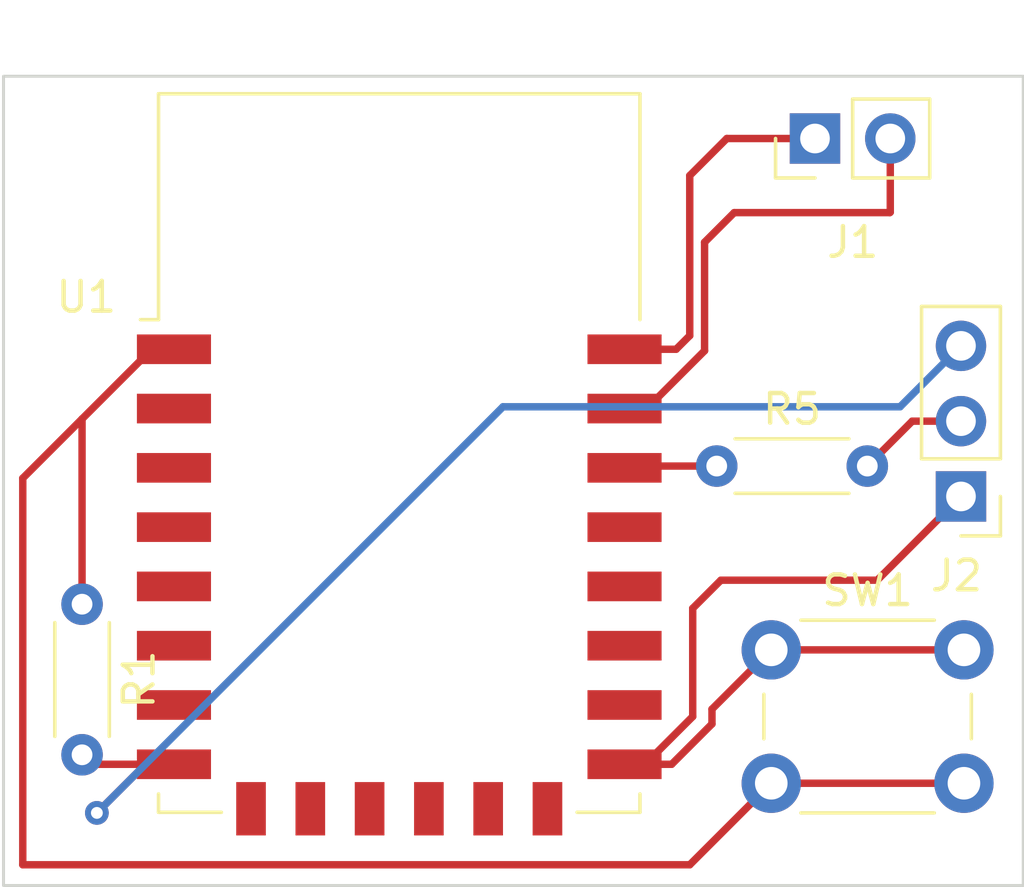
<source format=kicad_pcb>
(kicad_pcb (version 20221018) (generator pcbnew)
  (layers (0 "F.Cu" signal) (31 "B.Cu" signal) (34 "B.Paste" user) (35 "F.Paste" user) (36 "B.SilkS" user "B.Silkscreen") (37 "F.SilkS" user "F.Silkscreen") (38 "B.Mask" user) (39 "F.Mask" user) (44 "Edge.Cuts" user))
  (net 0 "")
  (net 1 "GND")
  (net 2 "/TX")
  (net 3 "/RX")
  (net 4 "Net-(J2-Pin_2)")
  (net 5 "+5V")
  (net 6 "Net-(U1-~{RST})")
  (net 8 "Net-(U1-GPIO5)")
  (footprint "Resistor_THT:R_Axial_DIN0204_L3.6mm_D1.6mm_P5.08mm_Horizontal" (layer "F.Cu") (at 86 102.71 -90)
    (fp_text reference "R1" (at 2.54 -1.92 90) (layer "F.SilkS"))
    (fp_text value "R_Small")
    (fp_line (start 0.62 -0.92) (end 4.46 -0.92) (stroke (width 0.12)) (layer "F.SilkS"))
    (fp_line (start 0.62 0.92) (end 4.46 0.92) (stroke (width 0.12)) (layer "F.SilkS"))
    (pad "1" thru_hole circle (at 0 0 270) (size 1.4 1.4) (drill 0.7) (layers "*.Cu" "*.Mask") (net 6 "Net-(U1-~{RST})"))
    (pad "2" thru_hole oval (at 5.08 0 270) (size 1.4 1.4) (drill 0.7) (layers "*.Cu" "*.Mask") (net 5 "+5V"))
  )
  (footprint "Connector_PinHeader_2.54mm:PinHeader_1x02_P2.54mm_Vertical" (layer "F.Cu") (at 110.725 87 90)
    (fp_text reference "J1" (at -3.5 1.275 180) (layer "F.SilkS"))
    (fp_text value "Conn_01x02")
    (fp_line (start -1.33 -1.33) (end 0 -1.33) (stroke (width 0.12)) (layer "F.SilkS"))
    (fp_line (start -1.33 0) (end -1.33 -1.33) (stroke (width 0.12)) (layer "F.SilkS"))
    (fp_line (start -1.33 1.27) (end -1.33 3.87) (stroke (width 0.12)) (layer "F.SilkS"))
    (fp_line (start -1.33 1.27) (end 1.33 1.27) (stroke (width 0.12)) (layer "F.SilkS"))
    (fp_line (start -1.33 3.87) (end 1.33 3.87) (stroke (width 0.12)) (layer "F.SilkS"))
    (fp_line (start 1.33 1.27) (end 1.33 3.87) (stroke (width 0.12)) (layer "F.SilkS"))
    (pad "1" thru_hole rect (at 0 0 90) (size 1.7 1.7) (drill 1) (layers "*.Cu" "*.Mask") (net 2 "/TX"))
    (pad "2" thru_hole oval (at 0 2.54 90) (size 1.7 1.7) (drill 1) (layers "*.Cu" "*.Mask") (net 3 "/RX"))
  )
  (footprint "Connector_PinHeader_2.54mm:PinHeader_1x03_P2.54mm_Vertical" (layer "F.Cu") (at 115.65 99.075 180)
    (fp_text reference "J2" (at 0.15 -2.675) (layer "F.SilkS"))
    (fp_text value "Conn_01x03" hide)
    (fp_line (start -1.33 -1.33) (end 0 -1.33) (stroke (width 0.12)) (layer "F.SilkS"))
    (fp_line (start -1.33 0) (end -1.33 -1.33) (stroke (width 0.12)) (layer "F.SilkS"))
    (fp_line (start -1.33 1.27) (end -1.33 6.41) (stroke (width 0.12)) (layer "F.SilkS"))
    (fp_line (start -1.33 1.27) (end 1.33 1.27) (stroke (width 0.12)) (layer "F.SilkS"))
    (fp_line (start -1.33 6.41) (end 1.33 6.41) (stroke (width 0.12)) (layer "F.SilkS"))
    (fp_line (start 1.33 1.27) (end 1.33 6.41) (stroke (width 0.12)) (layer "F.SilkS"))
    (pad "1" thru_hole rect (at 0 0 180) (size 1.7 1.7) (drill 1) (layers "*.Cu" "*.Mask") (net 1 "GND"))
    (pad "2" thru_hole oval (at 0 2.54 180) (size 1.7 1.7) (drill 1) (layers "*.Cu" "*.Mask") (net 4 "Net-(J2-Pin_2)"))
    (pad "3" thru_hole oval (at 0 5.08 180) (size 1.7 1.7) (drill 1) (layers "*.Cu" "*.Mask") (net 5 "+5V"))
  )
  (footprint "Resistor_THT:R_Axial_DIN0204_L3.6mm_D1.6mm_P5.08mm_Horizontal" (layer "F.Cu") (at 107.41 98.05)
    (fp_text reference "R5" (at 2.54 -1.92) (layer "F.SilkS"))
    (fp_text value "R_Small")
    (fp_line (start 0.62 -0.92) (end 4.46 -0.92) (stroke (width 0.12)) (layer "F.SilkS"))
    (fp_line (start 0.62 0.92) (end 4.46 0.92) (stroke (width 0.12)) (layer "F.SilkS"))
    (pad "1" thru_hole circle (at 0 0) (size 1.4 1.4) (drill 0.7) (layers "*.Cu" "*.Mask") (net 8 "Net-(U1-GPIO5)"))
    (pad "2" thru_hole oval (at 5.08 0) (size 1.4 1.4) (drill 0.7) (layers "*.Cu" "*.Mask") (net 4 "Net-(J2-Pin_2)"))
  )
  (footprint "RF_Module:ESP-12E" (layer "F.Cu") (at 96.7 97.61)
    (fp_text reference "U1" (at -10.56 -5.26) (layer "F.SilkS"))
    (fp_text value "ESP-12E")
    (fp_line (start -8.12 -12.12) (end 8.12 -12.12) (stroke (width 0.12)) (layer "F.SilkS"))
    (fp_line (start -8.12 -4.5) (end -8.73 -4.5) (stroke (width 0.12)) (layer "F.SilkS"))
    (fp_line (start -8.12 -4.5) (end -8.12 -12.12) (stroke (width 0.12)) (layer "F.SilkS"))
    (fp_line (start -8.12 12.12) (end -8.12 11.5) (stroke (width 0.12)) (layer "F.SilkS"))
    (fp_line (start -6 12.12) (end -8.12 12.12) (stroke (width 0.12)) (layer "F.SilkS"))
    (fp_line (start 8.12 -12.12) (end 8.12 -4.5) (stroke (width 0.12)) (layer "F.SilkS"))
    (fp_line (start 8.12 11.5) (end 8.12 12.12) (stroke (width 0.12)) (layer "F.SilkS"))
    (fp_line (start 8.12 12.12) (end 6 12.12) (stroke (width 0.12)) (layer "F.SilkS"))
    (pad "1" smd rect (at -7.6 -3.5) (size 2.5 1) (layers "F.Cu" "F.Paste" "F.Mask") (net 6 "Net-(U1-~{RST})"))
    (pad "2" smd rect (at -7.6 -1.5) (size 2.5 1) (layers "F.Cu" "F.Paste" "F.Mask"))
    (pad "3" smd rect (at -7.6 0.5) (size 2.5 1) (layers "F.Cu" "F.Paste" "F.Mask"))
    (pad "4" smd rect (at -7.6 2.5) (size 2.5 1) (layers "F.Cu" "F.Paste" "F.Mask"))
    (pad "5" smd rect (at -7.6 4.5) (size 2.5 1) (layers "F.Cu" "F.Paste" "F.Mask"))
    (pad "6" smd rect (at -7.6 6.5) (size 2.5 1) (layers "F.Cu" "F.Paste" "F.Mask"))
    (pad "7" smd rect (at -7.6 8.5) (size 2.5 1) (layers "F.Cu" "F.Paste" "F.Mask"))
    (pad "8" smd rect (at -7.6 10.5) (size 2.5 1) (layers "F.Cu" "F.Paste" "F.Mask") (net 5 "+5V"))
    (pad "9" smd rect (at -5 12) (size 1 1.8) (layers "F.Cu" "F.Paste" "F.Mask"))
    (pad "10" smd rect (at -3 12) (size 1 1.8) (layers "F.Cu" "F.Paste" "F.Mask"))
    (pad "11" smd rect (at -1 12) (size 1 1.8) (layers "F.Cu" "F.Paste" "F.Mask"))
    (pad "12" smd rect (at 1 12) (size 1 1.8) (layers "F.Cu" "F.Paste" "F.Mask"))
    (pad "13" smd rect (at 3 12) (size 1 1.8) (layers "F.Cu" "F.Paste" "F.Mask"))
    (pad "14" smd rect (at 5 12) (size 1 1.8) (layers "F.Cu" "F.Paste" "F.Mask"))
    (pad "15" smd rect (at 7.6 10.5) (size 2.5 1) (layers "F.Cu" "F.Paste" "F.Mask") (net 1 "GND"))
    (pad "16" smd rect (at 7.6 8.5) (size 2.5 1) (layers "F.Cu" "F.Paste" "F.Mask"))
    (pad "17" smd rect (at 7.6 6.5) (size 2.5 1) (layers "F.Cu" "F.Paste" "F.Mask"))
    (pad "18" smd rect (at 7.6 4.5) (size 2.5 1) (layers "F.Cu" "F.Paste" "F.Mask"))
    (pad "19" smd rect (at 7.6 2.5) (size 2.5 1) (layers "F.Cu" "F.Paste" "F.Mask"))
    (pad "20" smd rect (at 7.6 0.5) (size 2.5 1) (layers "F.Cu" "F.Paste" "F.Mask") (net 8 "Net-(U1-GPIO5)"))
    (pad "21" smd rect (at 7.6 -1.5) (size 2.5 1) (layers "F.Cu" "F.Paste" "F.Mask") (net 3 "/RX"))
    (pad "22" smd rect (at 7.6 -3.5) (size 2.5 1) (layers "F.Cu" "F.Paste" "F.Mask") (net 2 "/TX"))
  )
  (footprint "Button_Switch_THT:SW_PUSH_6mm" (layer "F.Cu") (at 109.25 104.25)
    (fp_text reference "SW1" (at 3.25 -2) (layer "F.SilkS"))
    (fp_text value "SW_Push")
    (fp_line (start -0.25 1.5) (end -0.25 3) (stroke (width 0.12)) (layer "F.SilkS"))
    (fp_line (start 1 5.5) (end 5.5 5.5) (stroke (width 0.12)) (layer "F.SilkS"))
    (fp_line (start 5.5 -1) (end 1 -1) (stroke (width 0.12)) (layer "F.SilkS"))
    (fp_line (start 6.75 3) (end 6.75 1.5) (stroke (width 0.12)) (layer "F.SilkS"))
    (pad "1" thru_hole circle (at 0 0 90) (size 2 2) (drill 1.1) (layers "*.Cu" "*.Mask") (net 1 "GND"))
    (pad "1" thru_hole circle (at 6.5 0 90) (size 2 2) (drill 1.1) (layers "*.Cu" "*.Mask") (net 1 "GND"))
    (pad "2" thru_hole circle (at 0 4.5 90) (size 2 2) (drill 1.1) (layers "*.Cu" "*.Mask") (net 6 "Net-(U1-~{RST})"))
    (pad "2" thru_hole circle (at 6.5 4.5 90) (size 2 2) (drill 1.1) (layers "*.Cu" "*.Mask") (net 6 "Net-(U1-~{RST})"))
  )
  (gr_rect (start 83.35 84.9) (end 117.75 112.2) (stroke (width 0.1)) (fill none) (layer "Edge.Cuts"))
  (segment (start 109.25 104.25) (end 107.25 106.25) (width 0.25) (layer "F.Cu") (net 1))
  (segment (start 107.55 101.9) (end 106.6 102.85) (width 0.25) (layer "F.Cu") (net 1))
  (segment (start 106.6 102.85) (end 106.6 106.5) (width 0.25) (layer "F.Cu") (net 1))
  (segment (start 105.05 108.11) (end 104.3 108.11) (width 0.25) (layer "F.Cu") (net 1))
  (segment (start 106.6 106.5) (end 104.99 108.11) (width 0.25) (layer "F.Cu") (net 1))
  (segment (start 107.25 106.75) (end 105.89 108.11) (width 0.25) (layer "F.Cu") (net 1))
  (segment (start 105.89 108.11) (end 104.3 108.11) (width 0.25) (layer "F.Cu") (net 1))
  (segment (start 104.99 108.11) (end 104.3 108.11) (width 0.25) (layer "F.Cu") (net 1))
  (segment (start 112.825 101.9) (end 107.55 101.9) (width 0.25) (layer "F.Cu") (net 1))
  (segment (start 107.25 106.25) (end 107.25 106.75) (width 0.25) (layer "F.Cu") (net 1))
  (segment (start 115.75 104.25) (end 109.25 104.25) (width 0.25) (layer "F.Cu") (net 1))
  (segment (start 115.65 99.075) (end 112.825 101.9) (width 0.25) (layer "F.Cu") (net 1))
  (segment (start 106.5 88.25) (end 107.75 87) (width 0.25) (layer "F.Cu") (net 2))
  (segment (start 104.3 94.11) (end 106.04 94.11) (width 0.25) (layer "F.Cu") (net 2))
  (segment (start 106.04 94.11) (end 106.5 93.65) (width 0.25) (layer "F.Cu") (net 2))
  (segment (start 104.3 94.11) (end 104.3 93.95) (width 0.25) (layer "F.Cu") (net 2))
  (segment (start 107.75 87) (end 110.725 87) (width 0.25) (layer "F.Cu") (net 2))
  (segment (start 106.5 93.65) (end 106.5 88.25) (width 0.25) (layer "F.Cu") (net 2))
  (segment (start 104.3 96.11) (end 105.05 96.11) (width 0.25) (layer "F.Cu") (net 3))
  (segment (start 107 90.5) (end 108 89.5) (width 0.25) (layer "F.Cu") (net 3))
  (segment (start 105.05 96.11) (end 107 94.16) (width 0.25) (layer "F.Cu") (net 3))
  (segment (start 107 94.16) (end 107 90.5) (width 0.25) (layer "F.Cu") (net 3))
  (segment (start 113.25 89.5) (end 113.265 89.485) (width 0.25) (layer "F.Cu") (net 3))
  (segment (start 108 89.5) (end 113.25 89.5) (width 0.25) (layer "F.Cu") (net 3))
  (segment (start 113.265 89.485) (end 113.265 87) (width 0.25) (layer "F.Cu") (net 3))
  (segment (start 112.49 98.05) (end 114.005 96.535) (width 0.25) (layer "F.Cu") (net 4))
  (segment (start 114.005 96.535) (end 115.65 96.535) (width 0.25) (layer "F.Cu") (net 4))
  (segment (start 88.14 108.11) (end 89.1 108.11) (width 0.25) (layer "F.Cu") (net 5))
  (segment (start 85.79 107.79) (end 86.11 108.11) (width 0.25) (layer "F.Cu") (net 5))
  (segment (start 86.11 108.11) (end 89.1 108.11) (width 0.25) (layer "F.Cu") (net 5))
  (segment (start 86 107.79) (end 85.79 107.79) (width 0.25) (layer "F.Cu") (net 5))
  (segment (start 86.5 109.75) (end 88.14 108.11) (width 0.25) (layer "F.Cu") (net 5))
  (via (at 86.5 109.75) (size 0.8) (drill 0.4) (layers "F.Cu" "B.Cu") (net 5))
  (segment (start 115.65 93.995) (end 113.595 96.05) (width 0.25) (layer "B.Cu") (net 5))
  (segment (start 113.595 96.05) (end 100.2 96.05) (width 0.25) (layer "B.Cu") (net 5))
  (segment (start 100.2 96.05) (end 86.5 109.75) (width 0.25) (layer "B.Cu") (net 5))
  (segment (start 109.25 108.75) (end 106.5 111.5) (width 0.25) (layer "F.Cu") (net 6))
  (segment (start 86 102.71) (end 86 96.46) (width 0.25) (layer "F.Cu") (net 6))
  (segment (start 86 96.46) (end 88.35 94.11) (width 0.25) (layer "F.Cu") (net 6))
  (segment (start 84 111.5) (end 84 98.46) (width 0.25) (layer "F.Cu") (net 6))
  (segment (start 88.35 94.11) (end 89.1 94.11) (width 0.25) (layer "F.Cu") (net 6))
  (segment (start 106.5 111.5) (end 84 111.5) (width 0.25) (layer "F.Cu") (net 6))
  (segment (start 115.75 108.75) (end 109.25 108.75) (width 0.25) (layer "F.Cu") (net 6))
  (segment (start 84 98.46) (end 86 96.46) (width 0.25) (layer "F.Cu") (net 6))
  (segment (start 104.36 98.05) (end 104.3 98.11) (width 0.25) (layer "F.Cu") (net 8))
  (segment (start 107.41 98.05) (end 104.36 98.05) (width 0.25) (layer "F.Cu") (net 8))
)
</source>
